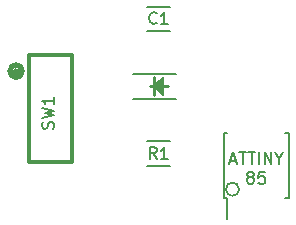
<source format=gto>
G04 #@! TF.FileFunction,Legend,Top*
%FSLAX46Y46*%
G04 Gerber Fmt 4.6, Leading zero omitted, Abs format (unit mm)*
G04 Created by KiCad (PCBNEW 4.0.7) date 06/29/18 14:44:45*
%MOMM*%
%LPD*%
G01*
G04 APERTURE LIST*
%ADD10C,0.100000*%
%ADD11C,0.300000*%
%ADD12C,0.254000*%
%ADD13C,0.150000*%
%ADD14C,0.304800*%
%ADD15C,0.250000*%
%ADD16C,0.200000*%
G04 APERTURE END LIST*
D10*
D11*
X194437000Y-89535000D02*
G75*
G03X194437000Y-89535000I-127000J0D01*
G01*
D12*
X194711609Y-89535000D02*
G75*
G03X194711609Y-89535000I-401609J0D01*
G01*
D13*
X212439524Y-97131667D02*
X212915715Y-97131667D01*
X212344286Y-97417381D02*
X212677619Y-96417381D01*
X213010953Y-97417381D01*
X213201429Y-96417381D02*
X213772858Y-96417381D01*
X213487143Y-97417381D02*
X213487143Y-96417381D01*
X213963334Y-96417381D02*
X214534763Y-96417381D01*
X214249048Y-97417381D02*
X214249048Y-96417381D01*
X214868096Y-97417381D02*
X214868096Y-96417381D01*
X215344286Y-97417381D02*
X215344286Y-96417381D01*
X215915715Y-97417381D01*
X215915715Y-96417381D01*
X216582381Y-96941190D02*
X216582381Y-97417381D01*
X216249048Y-96417381D02*
X216582381Y-96941190D01*
X216915715Y-96417381D01*
X214058571Y-98495952D02*
X213963333Y-98448333D01*
X213915714Y-98400714D01*
X213868095Y-98305476D01*
X213868095Y-98257857D01*
X213915714Y-98162619D01*
X213963333Y-98115000D01*
X214058571Y-98067381D01*
X214249048Y-98067381D01*
X214344286Y-98115000D01*
X214391905Y-98162619D01*
X214439524Y-98257857D01*
X214439524Y-98305476D01*
X214391905Y-98400714D01*
X214344286Y-98448333D01*
X214249048Y-98495952D01*
X214058571Y-98495952D01*
X213963333Y-98543571D01*
X213915714Y-98591190D01*
X213868095Y-98686429D01*
X213868095Y-98876905D01*
X213915714Y-98972143D01*
X213963333Y-99019762D01*
X214058571Y-99067381D01*
X214249048Y-99067381D01*
X214344286Y-99019762D01*
X214391905Y-98972143D01*
X214439524Y-98876905D01*
X214439524Y-98686429D01*
X214391905Y-98591190D01*
X214344286Y-98543571D01*
X214249048Y-98495952D01*
X215344286Y-98067381D02*
X214868095Y-98067381D01*
X214820476Y-98543571D01*
X214868095Y-98495952D01*
X214963333Y-98448333D01*
X215201429Y-98448333D01*
X215296667Y-98495952D01*
X215344286Y-98543571D01*
X215391905Y-98638810D01*
X215391905Y-98876905D01*
X215344286Y-98972143D01*
X215296667Y-99019762D01*
X215201429Y-99067381D01*
X214963333Y-99067381D01*
X214868095Y-99019762D01*
X214820476Y-98972143D01*
D12*
X194945000Y-89535000D02*
G75*
G03X194945000Y-89535000I-635000J0D01*
G01*
D14*
X195425000Y-88210000D02*
X195425000Y-97210000D01*
X199025000Y-97210000D02*
X195425000Y-97210000D01*
X199025000Y-88210000D02*
X195425000Y-88210000D01*
X199025000Y-88210000D02*
X199025000Y-97210000D01*
D15*
X205613000Y-90805000D02*
X207137000Y-90805000D01*
X205994000Y-90043000D02*
X205994000Y-91567000D01*
D13*
X205740000Y-90805000D02*
X205867000Y-90805000D01*
X206629000Y-91440000D02*
X206756000Y-91567000D01*
X206629000Y-90170000D02*
X206756000Y-90043000D01*
X206756000Y-90043000D02*
X206756000Y-91567000D01*
X206502000Y-90297000D02*
X206629000Y-90170000D01*
X206502000Y-91313000D02*
X206629000Y-91440000D01*
X206629000Y-91313000D02*
X206629000Y-91440000D01*
X206629000Y-90170000D02*
X206629000Y-91313000D01*
X204225000Y-91855000D02*
X207825000Y-91855000D01*
X204225000Y-89755000D02*
X207825000Y-89755000D01*
X206402000Y-90505000D02*
X206402000Y-91105000D01*
X206402000Y-91105000D02*
X206102000Y-90805000D01*
X206102000Y-90805000D02*
X206302000Y-90605000D01*
X206302000Y-90605000D02*
X206302000Y-90855000D01*
X206302000Y-90855000D02*
X206252000Y-90805000D01*
X206502000Y-90805000D02*
X207002000Y-90805000D01*
X206002000Y-90805000D02*
X206502000Y-90305000D01*
X206502000Y-90305000D02*
X206502000Y-91305000D01*
X206502000Y-91305000D02*
X206002000Y-90805000D01*
X207375000Y-84065000D02*
X205375000Y-84065000D01*
X205375000Y-86115000D02*
X207375000Y-86115000D01*
X207375000Y-97595000D02*
X205375000Y-97595000D01*
X205375000Y-95445000D02*
X207375000Y-95445000D01*
D16*
X213189017Y-99536000D02*
G75*
G03X213189017Y-99536000I-559017J0D01*
G01*
D13*
X211875000Y-100286000D02*
X212175000Y-100286000D01*
X211875000Y-94786000D02*
X212175000Y-94786000D01*
X217385000Y-94786000D02*
X217085000Y-94786000D01*
X217385000Y-100286000D02*
X217085000Y-100286000D01*
X211875000Y-100286000D02*
X211875000Y-94786000D01*
X217385000Y-100286000D02*
X217385000Y-94786000D01*
X212175000Y-100286000D02*
X212175000Y-102036000D01*
X197459762Y-94408333D02*
X197507381Y-94265476D01*
X197507381Y-94027380D01*
X197459762Y-93932142D01*
X197412143Y-93884523D01*
X197316905Y-93836904D01*
X197221667Y-93836904D01*
X197126429Y-93884523D01*
X197078810Y-93932142D01*
X197031190Y-94027380D01*
X196983571Y-94217857D01*
X196935952Y-94313095D01*
X196888333Y-94360714D01*
X196793095Y-94408333D01*
X196697857Y-94408333D01*
X196602619Y-94360714D01*
X196555000Y-94313095D01*
X196507381Y-94217857D01*
X196507381Y-93979761D01*
X196555000Y-93836904D01*
X196507381Y-93503571D02*
X197507381Y-93265476D01*
X196793095Y-93074999D01*
X197507381Y-92884523D01*
X196507381Y-92646428D01*
X197507381Y-91741666D02*
X197507381Y-92313095D01*
X197507381Y-92027381D02*
X196507381Y-92027381D01*
X196650238Y-92122619D01*
X196745476Y-92217857D01*
X196793095Y-92313095D01*
X206208334Y-85447143D02*
X206160715Y-85494762D01*
X206017858Y-85542381D01*
X205922620Y-85542381D01*
X205779762Y-85494762D01*
X205684524Y-85399524D01*
X205636905Y-85304286D01*
X205589286Y-85113810D01*
X205589286Y-84970952D01*
X205636905Y-84780476D01*
X205684524Y-84685238D01*
X205779762Y-84590000D01*
X205922620Y-84542381D01*
X206017858Y-84542381D01*
X206160715Y-84590000D01*
X206208334Y-84637619D01*
X207160715Y-85542381D02*
X206589286Y-85542381D01*
X206875000Y-85542381D02*
X206875000Y-84542381D01*
X206779762Y-84685238D01*
X206684524Y-84780476D01*
X206589286Y-84828095D01*
X206208334Y-96972381D02*
X205875000Y-96496190D01*
X205636905Y-96972381D02*
X205636905Y-95972381D01*
X206017858Y-95972381D01*
X206113096Y-96020000D01*
X206160715Y-96067619D01*
X206208334Y-96162857D01*
X206208334Y-96305714D01*
X206160715Y-96400952D01*
X206113096Y-96448571D01*
X206017858Y-96496190D01*
X205636905Y-96496190D01*
X207160715Y-96972381D02*
X206589286Y-96972381D01*
X206875000Y-96972381D02*
X206875000Y-95972381D01*
X206779762Y-96115238D01*
X206684524Y-96210476D01*
X206589286Y-96258095D01*
M02*

</source>
